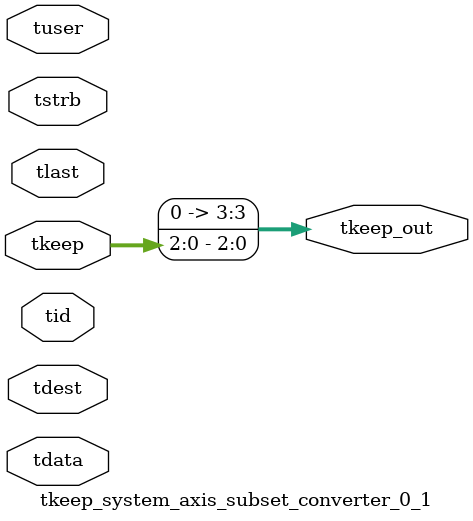
<source format=v>


`timescale 1ps/1ps

module tkeep_system_axis_subset_converter_0_1 #
(
parameter C_S_AXIS_TDATA_WIDTH = 32,
parameter C_S_AXIS_TUSER_WIDTH = 0,
parameter C_S_AXIS_TID_WIDTH   = 0,
parameter C_S_AXIS_TDEST_WIDTH = 0,
parameter C_M_AXIS_TDATA_WIDTH = 32
)
(
input  [(C_S_AXIS_TDATA_WIDTH == 0 ? 1 : C_S_AXIS_TDATA_WIDTH)-1:0     ] tdata,
input  [(C_S_AXIS_TUSER_WIDTH == 0 ? 1 : C_S_AXIS_TUSER_WIDTH)-1:0     ] tuser,
input  [(C_S_AXIS_TID_WIDTH   == 0 ? 1 : C_S_AXIS_TID_WIDTH)-1:0       ] tid,
input  [(C_S_AXIS_TDEST_WIDTH == 0 ? 1 : C_S_AXIS_TDEST_WIDTH)-1:0     ] tdest,
input  [(C_S_AXIS_TDATA_WIDTH/8)-1:0 ] tkeep,
input  [(C_S_AXIS_TDATA_WIDTH/8)-1:0 ] tstrb,
input                                                                    tlast,
output [(C_M_AXIS_TDATA_WIDTH/8)-1:0 ] tkeep_out
);

assign tkeep_out = {tkeep[2:0]};

endmodule


</source>
